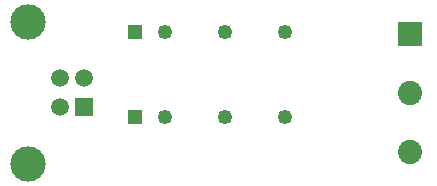
<source format=gbs>
%FSLAX33Y33*%
%MOMM*%
%AMRect-W1250000-H1250000-RO1.500*
21,1,1.25,1.25,0.,0.,90*%
%AMRect-W1500000-H1500000-RO0.500*
21,1,1.5,1.5,0.,0.,270*%
%AMRect-W2049999-H2049999-RO0.500*
21,1,2.049999,2.049999,0.,0.,270*%
%ADD10C,1.25*%
%ADD11Rect-W1250000-H1250000-RO1.500*%
%ADD12C,1.5*%
%ADD13C,3.*%
%ADD14Rect-W1500000-H1500000-RO0.500*%
%ADD15C,2.049999*%
%ADD16Rect-W2049999-H2049999-RO0.500*%
D10*
%LNbottom solder mask_traces*%
%LNbottom solder mask component aa5e6b58f608f077*%
G01*
X13920Y13600D03*
X19000Y13600D03*
X24080Y13600D03*
D11*
X11380Y13600D03*
%LNbottom solder mask component 08c10c19d67bbcb7*%
D12*
X5000Y7250D03*
X5000Y9750D03*
X7000Y9750D03*
D13*
X2290Y14520D03*
X2290Y2480D03*
D14*
X7000Y7250D03*
%LNbottom solder mask component d92353f841ac44f0*%
D10*
X13920Y6450D03*
X19000Y6450D03*
X24080Y6450D03*
D11*
X11380Y6450D03*
%LNbottom solder mask component 1feb1c34ba25e8f7*%
D15*
X34600Y8500D03*
X34600Y3500D03*
D16*
X34600Y13500D03*
M02*
</source>
